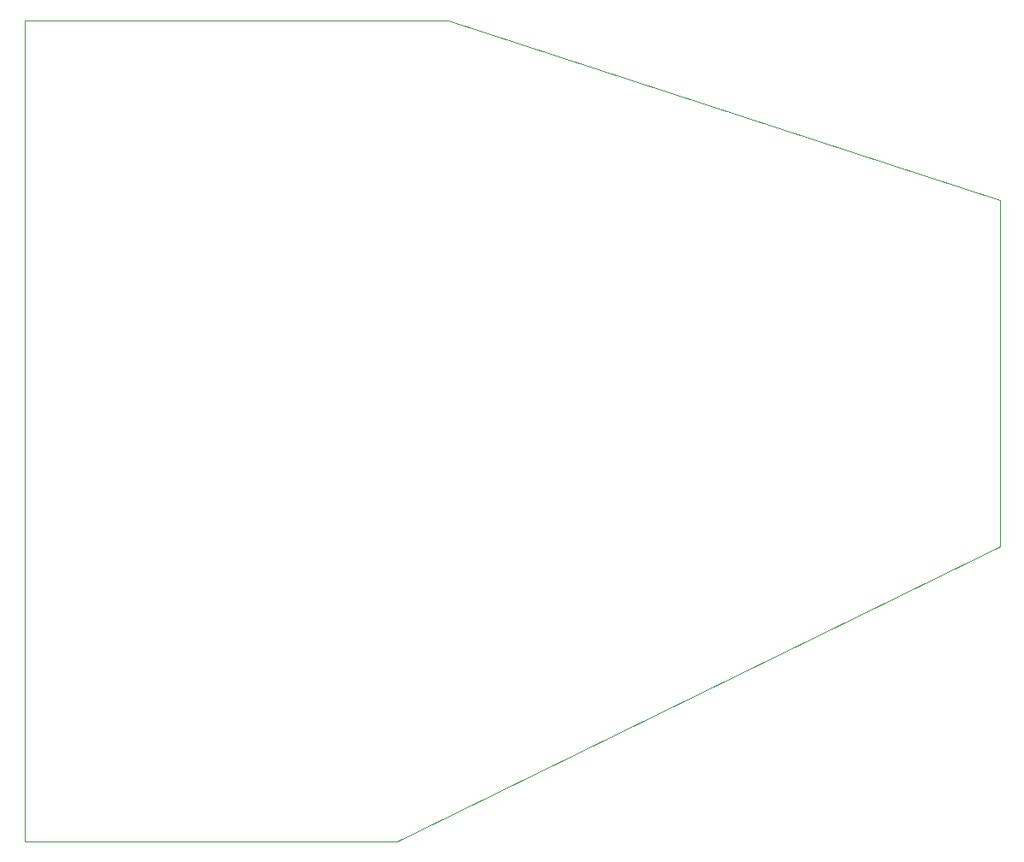
<source format=gbr>
G04 #@! TF.GenerationSoftware,KiCad,Pcbnew,(5.1.5-0-10_14)*
G04 #@! TF.CreationDate,2020-05-17T15:29:12+03:00*
G04 #@! TF.ProjectId,final,66696e61-6c2e-46b6-9963-61645f706362,rev?*
G04 #@! TF.SameCoordinates,Original*
G04 #@! TF.FileFunction,Profile,NP*
%FSLAX46Y46*%
G04 Gerber Fmt 4.6, Leading zero omitted, Abs format (unit mm)*
G04 Created by KiCad (PCBNEW (5.1.5-0-10_14)) date 2020-05-17 15:29:12*
%MOMM*%
%LPD*%
G04 APERTURE LIST*
%ADD10C,0.050000*%
G04 APERTURE END LIST*
D10*
X85090000Y-66040000D02*
X85090000Y-64770000D01*
X85090000Y-63500000D02*
X85090000Y-66040000D01*
X127000000Y-63500000D02*
X85090000Y-63500000D01*
X181610000Y-81280000D02*
X127000000Y-63500000D01*
X181610000Y-115570000D02*
X181610000Y-81280000D01*
X121920000Y-144780000D02*
X181610000Y-115570000D01*
X85090000Y-144780000D02*
X121920000Y-144780000D01*
X85090000Y-64770000D02*
X85090000Y-144780000D01*
M02*

</source>
